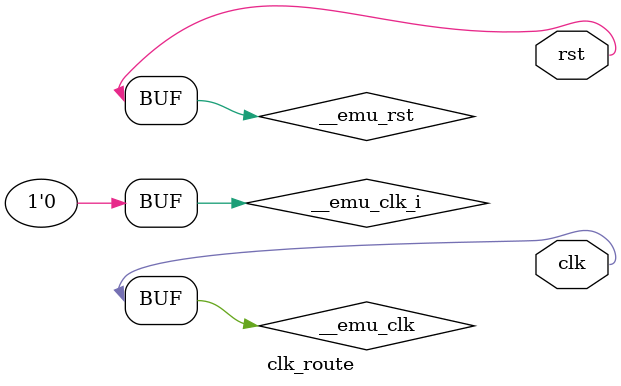
<source format=sv>
`include "svreal.sv"

module clk_route (
    output wire logic clk,
    output wire logic rst
);
    // signals use for external I/O
    (* dont_touch = "true" *) logic __emu_clk;
    (* dont_touch = "true" *) logic __emu_rst;
    (* dont_touch = "true" *) logic __emu_clk_val;
    (* dont_touch = "true" *) logic __emu_clk_i;

    // assign clock input (unused)
    assign __emu_clk_i = 1'b0;

    // assign outputs
    assign clk = __emu_clk;
    assign rst = __emu_rst;
endmodule

</source>
